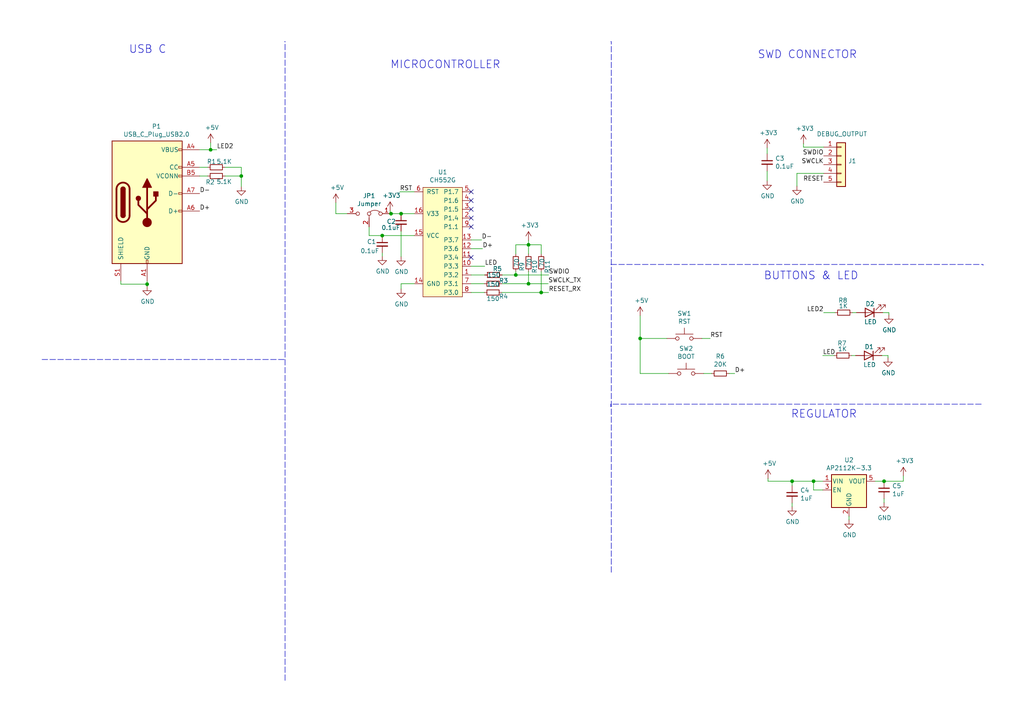
<source format=kicad_sch>
(kicad_sch (version 20211123) (generator eeschema)
  (paper "A4")
  (title_block (title "CMIS DAP Cat Programmer") (date "2020-09-01") (rev "1.1") (company "Electronic Cats") (comment 2 "Eduaro Contreras") (comment 3 "Felipe Islas") (comment 4 "Andres Sabas"))
  (lib_symbols
    (symbol "Connector_Generic:Conn_01x05" (pin_names (offset 1.016) hide)
      (property "Reference" "J" (at 0 7.62 0))
      (property "Value" "Conn_01x05" (at 0 -7.62 0))
      (symbol "Conn_01x05_1_1"
        (rectangle (start -1.27 -4.953) (end 0 -5.207) (stroke (width 0.1524)))
        (rectangle (start -1.27 -2.413) (end 0 -2.667) (stroke (width 0.1524)))
        (rectangle (start -1.27 0.127) (end 0 -0.127) (stroke (width 0.1524)))
        (rectangle (start -1.27 2.667) (end 0 2.413) (stroke (width 0.1524)))
        (rectangle (start -1.27 5.207) (end 0 4.953) (stroke (width 0.1524)))
        (rectangle (start -1.27 6.35) (end 1.27 -6.35) (stroke (width 0.254)) (fill (type background)))
        (pin passive line (at -5.08 5.08 0) (length 3.81) (name "Pin_1") (number "1"))
        (pin passive line (at -5.08 2.54 0) (length 3.81) (name "Pin_2") (number "2"))
        (pin passive line (at -5.08 0 0) (length 3.81) (name "Pin_3") (number "3"))
        (pin passive line (at -5.08 -2.54 0) (length 3.81) (name "Pin_4") (number "4"))
        (pin passive line (at -5.08 -5.08 0) (length 3.81) (name "Pin_5") (number "5"))
      )
    )
    (symbol "Device:C_Small" (pin_numbers hide) (pin_names (offset 0.254) hide)
      (property "Reference" "C" (at 0.254 1.778 0))
      (property "Value" "C_Small" (at 0.254 -2.032 0))
      (symbol "C_Small_0_1"
        (polyline (pts (xy -1.524 -0.508) (xy 1.524 -0.508)) (stroke (width 0.3302)))
        (polyline (pts (xy -1.524 0.508) (xy 1.524 0.508)) (stroke (width 0.3048)))
      )
      (symbol "C_Small_1_1"
        (pin passive line (at 0 2.54 270) (length 2.032) (name "~") (number "1"))
        (pin passive line (at 0 -2.54 90) (length 2.032) (name "~") (number "2"))
      )
    )
    (symbol "Device:LED" (pin_numbers hide) (pin_names (offset 1.016) hide)
      (property "Reference" "D" (at 0 2.54 0))
      (property "Value" "LED" (at 0 -2.54 0))
      (symbol "LED_0_1"
        (polyline (pts (xy -1.27 -1.27) (xy -1.27 1.27)) (stroke (width 0.254)))
        (polyline (pts (xy -1.27 0) (xy 1.27 0)))
        (polyline (pts (xy 1.27 -1.27) (xy 1.27 1.27) (xy -1.27 0) (xy 1.27 -1.27)) (stroke (width 0.254)))
        (polyline (pts (xy -3.048 -0.762) (xy -4.572 -2.286) (xy -3.81 -2.286) (xy -4.572 -2.286) (xy -4.572 -1.524)))
        (polyline (pts (xy -1.778 -0.762) (xy -3.302 -2.286) (xy -2.54 -2.286) (xy -3.302 -2.286) (xy -3.302 -1.524)))
      )
      (symbol "LED_1_1"
        (pin passive line (at -3.81 0 0) (length 2.54) (name "K") (number "1"))
        (pin passive line (at 3.81 0 180) (length 2.54) (name "A") (number "2"))
      )
    )
    (symbol "Device:R_Small" (pin_numbers hide) (pin_names (offset 0.254) hide)
      (property "Reference" "R" (at 0.762 0.508 0))
      (property "Value" "R_Small" (at 0.762 -1.016 0))
      (symbol "R_Small_0_1"
        (rectangle (start -0.762 1.778) (end 0.762 -1.778) (stroke (width 0.2032)))
      )
      (symbol "R_Small_1_1"
        (pin passive line (at 0 2.54 270) (length 0.762) (name "~") (number "1"))
        (pin passive line (at 0 -2.54 90) (length 0.762) (name "~") (number "2"))
      )
    )
    (symbol "SWD_Cat_Programmer-rescue:AP2112K-3.3-Regulator_Linear" (pin_names (offset 0.254))
      (property "Reference" "U" (at -5.08 5.715 0))
      (property "Value" "AP2112K-3.3-Regulator_Linear" (at 0 5.715 0))
      (symbol "AP2112K-3.3-Regulator_Linear_0_1"
        (rectangle (start -5.08 4.445) (end 5.08 -5.08) (stroke (width 0.254)) (fill (type background)))
      )
      (symbol "AP2112K-3.3-Regulator_Linear_1_1"
        (pin power_in line (at -7.62 2.54 0) (length 2.54) (name "VIN") (number "1"))
        (pin power_in line (at 0 -7.62 90) (length 2.54) (name "GND") (number "2"))
        (pin input line (at -7.62 0 0) (length 2.54) (name "EN") (number "3"))
        (pin no_connect line (at 7.62 0 180) (length 2.54) hide (name "NC") (number "4"))
        (pin power_out line (at 7.62 2.54 180) (length 2.54) (name "VOUT") (number "5"))
      )
    )
    (symbol "SWD_Cat_Programmer-rescue:CH552G-Electronic_Cats-SWD_Cat_Programmer-rescue-SWD_Cat_Programmer-rescue-SWD_Cat_Programmer-rescue-SWD_Cat_Programmer-rescue" (pin_names (offset 1.016))
      (property "Reference" "U" (at -3.81 -26.67 0))
      (property "Value" "CH552G-Electronic_Cats-SWD_Cat_Programmer-rescue-SWD_Cat_Programmer-rescue-SWD_Cat_Programmer-rescue-SWD_Cat_Programmer-rescue" (at 2.54 7.62 0))
      (symbol "CH552G-Electronic_Cats-SWD_Cat_Programmer-rescue-SWD_Cat_Programmer-rescue-SWD_Cat_Programmer-rescue-SWD_Cat_Programmer-rescue_0_1"
        (rectangle (start -5.08 6.35) (end 6.35 -25.4) (fill (type background)))
      )
      (symbol "CH552G-Electronic_Cats-SWD_Cat_Programmer-rescue-SWD_Cat_Programmer-rescue-SWD_Cat_Programmer-rescue-SWD_Cat_Programmer-rescue_1_1"
        (pin input line (at 8.89 -19.05 180) (length 2.54) (name "P3.2") (number "1"))
        (pin input line (at 8.89 -16.51 180) (length 2.54) (name "P3.3") (number "10"))
        (pin input line (at 8.89 -13.97 180) (length 2.54) (name "P3.4") (number "11"))
        (pin input line (at 8.89 -11.43 180) (length 2.54) (name "P3.6") (number "12"))
        (pin input line (at 8.89 -8.89 180) (length 2.54) (name "P3.7") (number "13"))
        (pin input line (at -7.62 -21.59 0) (length 2.54) (name "GND") (number "14"))
        (pin input line (at -7.62 -7.62 0) (length 2.54) (name "VCC") (number "15"))
        (pin input line (at -7.62 -1.27 0) (length 2.54) (name "V33") (number "16"))
        (pin input line (at 8.89 -2.54 180) (length 2.54) (name "P1.4") (number "2"))
        (pin input line (at 8.89 0 180) (length 2.54) (name "P1.5") (number "3"))
        (pin input line (at 8.89 2.54 180) (length 2.54) (name "P1.6") (number "4"))
        (pin input line (at 8.89 5.08 180) (length 2.54) (name "P1.7") (number "5"))
        (pin input line (at -7.62 5.08 0) (length 2.54) (name "RST") (number "6"))
        (pin input line (at 8.89 -21.59 180) (length 2.54) (name "P3.1") (number "7"))
        (pin input line (at 8.89 -24.13 180) (length 2.54) (name "P3.0") (number "8"))
        (pin input line (at 8.89 -5.08 180) (length 2.54) (name "P1.1") (number "9"))
      )
    )
    (symbol "SWD_Cat_Programmer-rescue:Jumper_3_Bridged12-Jumper" (pin_names (offset 0) hide)
      (property "Reference" "JP" (at -2.54 -2.54 0))
      (property "Value" "Jumper_3_Bridged12-Jumper" (at 0 2.794 0))
      (symbol "Jumper_3_Bridged12-Jumper_0_0"
        (circle (center -3.302 0) (radius 0.508))
        (circle (center 0 0) (radius 0.508))
        (circle (center 3.302 0) (radius 0.508))
      )
      (symbol "Jumper_3_Bridged12-Jumper_0_1"
        (arc (start -0.254 0.508) (mid -1.651 0.9912) (end -3.048 0.508))
        (polyline (pts (xy 0 -1.27) (xy 0 -0.508)))
      )
      (symbol "Jumper_3_Bridged12-Jumper_1_1"
        (pin passive line (at -6.35 0 0) (length 2.54) (name "A") (number "1"))
        (pin input line (at 0 -3.81 90) (length 2.54) (name "C") (number "2"))
        (pin passive line (at 6.35 0 180) (length 2.54) (name "B") (number "3"))
      )
    )
    (symbol "SWD_Cat_Programmer-rescue:USB_C_Plug_USB2.0-Connector" (pin_names (offset 1.016))
      (property "Reference" "P" (at -10.16 19.05 0))
      (property "Value" "USB_C_Plug_USB2.0-Connector" (at 12.7 19.05 0))
      (symbol "USB_C_Plug_USB2.0-Connector_0_0"
        (rectangle (start -0.254 -17.78) (end 0.254 -16.764))
        (rectangle (start 10.16 -2.286) (end 9.144 -2.794))
        (rectangle (start 10.16 2.794) (end 9.144 2.286))
        (rectangle (start 10.16 7.874) (end 9.144 7.366))
        (rectangle (start 10.16 10.414) (end 9.144 9.906))
        (rectangle (start 10.16 15.494) (end 9.144 14.986))
      )
      (symbol "USB_C_Plug_USB2.0-Connector_0_1"
        (rectangle (start -10.16 17.78) (end 10.16 -17.78) (stroke (width 0.254)) (fill (type background)))
        (arc (start -8.89 -3.81) (mid -6.985 -5.715) (end -5.08 -3.81) (stroke (width 0.508)))
        (arc (start -7.62 -3.81) (mid -6.985 -4.445) (end -6.35 -3.81) (stroke (width 0.254)))
        (arc (start -7.62 -3.81) (mid -6.985 -4.445) (end -6.35 -3.81) (stroke (width 0.254)) (fill (type outline)))
        (rectangle (start -7.62 -3.81) (end -6.35 3.81) (stroke (width 0.254)) (fill (type outline)))
        (arc (start -6.35 3.81) (mid -6.985 4.445) (end -7.62 3.81) (stroke (width 0.254)))
        (arc (start -6.35 3.81) (mid -6.985 4.445) (end -7.62 3.81) (stroke (width 0.254)) (fill (type outline)))
        (arc (start -5.08 3.81) (mid -6.985 5.715) (end -8.89 3.81) (stroke (width 0.508)))
        (circle (center -2.54 1.143) (radius 0.635) (stroke (width 0.254)) (fill (type outline)))
        (circle (center 0 -5.842) (radius 1.27) (fill (type outline)))
        (polyline (pts (xy -8.89 -3.81) (xy -8.89 3.81)) (stroke (width 0.508)))
        (polyline (pts (xy -5.08 3.81) (xy -5.08 -3.81)) (stroke (width 0.508)))
        (polyline (pts (xy 0 -5.842) (xy 0 4.318)) (stroke (width 0.508)))
        (polyline (pts (xy 0 -3.302) (xy -2.54 -0.762) (xy -2.54 0.508)) (stroke (width 0.508)))
        (polyline (pts (xy 0 -2.032) (xy 2.54 0.508) (xy 2.54 1.778)) (stroke (width 0.508)))
        (polyline (pts (xy -1.27 4.318) (xy 0 6.858) (xy 1.27 4.318) (xy -1.27 4.318)) (stroke (width 0.254)) (fill (type outline)))
        (rectangle (start 1.905 1.778) (end 3.175 3.048) (stroke (width 0.254)) (fill (type outline)))
      )
      (symbol "USB_C_Plug_USB2.0-Connector_1_1"
        (pin power_in line (at 0 -22.86 90) (length 5.08) (name "GND") (number "A1"))
        (pin passive line (at 0 -22.86 90) (length 5.08) hide (name "GND") (number "A12"))
        (pin power_in line (at 15.24 15.24 180) (length 5.08) (name "VBUS") (number "A4"))
        (pin bidirectional line (at 15.24 10.16 180) (length 5.08) (name "CC") (number "A5"))
        (pin bidirectional line (at 15.24 -2.54 180) (length 5.08) (name "D+") (number "A6"))
        (pin bidirectional line (at 15.24 2.54 180) (length 5.08) (name "D-") (number "A7"))
        (pin passive line (at 15.24 15.24 180) (length 5.08) hide (name "VBUS") (number "A9"))
        (pin passive line (at 0 -22.86 90) (length 5.08) hide (name "GND") (number "B1"))
        (pin passive line (at 0 -22.86 90) (length 5.08) hide (name "GND") (number "B12"))
        (pin passive line (at 15.24 15.24 180) (length 5.08) hide (name "VBUS") (number "B4"))
        (pin bidirectional line (at 15.24 7.62 180) (length 5.08) (name "VCONN") (number "B5"))
        (pin passive line (at 15.24 15.24 180) (length 5.08) hide (name "VBUS") (number "B9"))
        (pin passive line (at -7.62 -22.86 90) (length 5.08) (name "SHIELD") (number "S1"))
      )
    )
    (symbol "Switch:SW_Push" (pin_numbers hide) (pin_names (offset 1.016) hide)
      (property "Reference" "SW" (at 1.27 2.54 0))
      (property "Value" "SW_Push" (at 0 -1.524 0))
      (symbol "SW_Push_0_1"
        (circle (center -2.032 0) (radius 0.508))
        (polyline (pts (xy 0 1.27) (xy 0 3.048)))
        (polyline (pts (xy 2.54 1.27) (xy -2.54 1.27)))
        (circle (center 2.032 0) (radius 0.508))
        (pin passive line (at -5.08 0 0) (length 2.54) (name "1") (number "1"))
        (pin passive line (at 5.08 0 180) (length 2.54) (name "2") (number "2"))
      )
    )
    (symbol "power:+3V3" (power) (pin_names (offset 0))
      (property "Value" "+3V3" (at 0 3.556 0))
      (symbol "+3V3_0_1"
        (polyline (pts (xy -0.762 1.27) (xy 0 2.54)))
        (polyline (pts (xy 0 0) (xy 0 2.54)))
        (polyline (pts (xy 0 2.54) (xy 0.762 1.27)))
      )
      (symbol "+3V3_1_1"
        (pin power_in line (at 0 0 90) (length 0) hide (name "+3V3") (number "1"))
      )
    )
    (symbol "power:+5V" (power) (pin_names (offset 0))
      (property "Value" "+5V" (at 0 3.556 0))
      (symbol "+5V_0_1"
        (polyline (pts (xy -0.762 1.27) (xy 0 2.54)))
        (polyline (pts (xy 0 0) (xy 0 2.54)))
        (polyline (pts (xy 0 2.54) (xy 0.762 1.27)))
      )
      (symbol "+5V_1_1"
        (pin power_in line (at 0 0 90) (length 0) hide (name "+5V") (number "1"))
      )
    )
    (symbol "power:GND" (power) (pin_names (offset 0))
      (property "Value" "GND" (at 0 -3.81 0))
      (symbol "GND_0_1"
        (polyline (pts (xy 0 0) (xy 0 -1.27) (xy 1.27 -1.27) (xy 0 -2.54) (xy -1.27 -1.27) (xy 0 -1.27)))
      )
      (symbol "GND_1_1"
        (pin power_in line (at 0 0 270) (length 0) hide (name "GND") (number "1"))
      )
    )
  )
  (junction (at 69.977 51.054))
  (junction (at 149.606 79.756))
  (junction (at 229.743 139.573))
  (junction (at 156.972 84.836))
  (junction (at 153.289 70.993))
  (junction (at 61.087 43.434))
  (junction (at 116.332 61.976))
  (junction (at 110.871 68.326))
  (junction (at 235.966 139.573))
  (junction (at 256.413 139.573))
  (junction (at 153.289 82.296))
  (junction (at 185.674 98.171))
  (junction (at 113.411 61.976))
  (junction (at 42.672 82.423))
  (no_connect (at 136.652 55.626))
  (no_connect (at 136.652 58.166))
  (no_connect (at 136.652 63.246))
  (no_connect (at 136.652 60.706))
  (no_connect (at 136.652 74.676))
  (no_connect (at 136.652 65.786))
  (wire (pts (xy 69.977 48.514) (xy 69.977 51.054)))
  (wire (pts (xy 235.966 139.573) (xy 229.743 139.573)))
  (wire (pts (xy 193.929 108.331) (xy 185.674 108.331)))
  (wire (pts (xy 235.966 142.113) (xy 235.966 139.573)))
  (wire (pts (xy 229.743 140.843) (xy 229.743 139.573)))
  (wire (pts (xy 222.504 49.657) (xy 222.504 52.451)))
  (wire (pts (xy 156.972 84.836) (xy 159.131 84.836)))
  (wire (pts (xy 238.887 42.672) (xy 233.045 42.672)))
  (wire (pts (xy 116.332 61.976) (xy 113.411 61.976)))
  (polyline (pts (xy 177.165 117.221) (xy 177.165 117.983)))
  (wire (pts (xy 57.912 43.434) (xy 61.087 43.434)))
  (wire (pts (xy 153.289 82.296) (xy 159.004 82.296)))
  (wire (pts (xy 107.061 65.786) (xy 107.061 68.326)))
  (wire (pts (xy 153.289 78.74) (xy 153.289 82.296)))
  (wire (pts (xy 247.015 103.124) (xy 248.158 103.124)))
  (wire (pts (xy 110.871 73.406) (xy 110.871 74.295)))
  (wire (pts (xy 145.542 84.836) (xy 156.972 84.836)))
  (wire (pts (xy 153.289 70.993) (xy 153.289 73.66)))
  (wire (pts (xy 229.743 145.923) (xy 229.743 146.939)))
  (wire (pts (xy 120.142 61.976) (xy 116.332 61.976)))
  (wire (pts (xy 100.711 61.976) (xy 97.409 61.976)))
  (wire (pts (xy 35.052 81.534) (xy 35.052 82.423)))
  (wire (pts (xy 136.652 82.296) (xy 140.462 82.296)))
  (wire (pts (xy 247.269 90.678) (xy 248.412 90.678)))
  (wire (pts (xy 231.14 53.975) (xy 231.14 50.292)))
  (wire (pts (xy 97.409 61.976) (xy 97.409 58.801)))
  (wire (pts (xy 185.674 108.331) (xy 185.674 98.171)))
  (wire (pts (xy 145.542 82.296) (xy 153.289 82.296)))
  (wire (pts (xy 222.758 139.573) (xy 222.758 138.811)))
  (polyline (pts (xy 177.165 76.708) (xy 285.115 76.708)))
  (wire (pts (xy 69.977 51.054) (xy 69.977 54.102)))
  (wire (pts (xy 116.332 67.056) (xy 116.332 74.422)))
  (wire (pts (xy 256.413 139.573) (xy 262.001 139.573)))
  (polyline (pts (xy 82.423 104.267) (xy 12.192 104.267)))
  (polyline (pts (xy 177.292 165.989) (xy 177.292 12.065)))
  (polyline (pts (xy 177.292 12.065) (xy 177.165 12.065)))
  (wire (pts (xy 153.289 70.993) (xy 156.972 70.993)))
  (wire (pts (xy 231.14 50.292) (xy 238.887 50.292)))
  (wire (pts (xy 65.278 48.514) (xy 69.977 48.514)))
  (polyline (pts (xy 82.677 12.065) (xy 82.55 12.065)))
  (wire (pts (xy 61.087 43.434) (xy 62.865 43.434)))
  (wire (pts (xy 256.413 144.653) (xy 256.413 145.796)))
  (wire (pts (xy 149.606 79.756) (xy 159.131 79.756)))
  (wire (pts (xy 136.652 79.756) (xy 140.589 79.756)))
  (wire (pts (xy 136.652 84.836) (xy 140.462 84.836)))
  (wire (pts (xy 203.581 98.171) (xy 205.994 98.171)))
  (wire (pts (xy 262.001 139.573) (xy 262.001 138.049)))
  (wire (pts (xy 233.045 42.672) (xy 233.045 41.656)))
  (wire (pts (xy 193.421 98.171) (xy 185.674 98.171)))
  (wire (pts (xy 42.672 82.423) (xy 42.672 83.058)))
  (wire (pts (xy 257.556 103.124) (xy 257.556 103.759)))
  (wire (pts (xy 35.052 82.423) (xy 42.672 82.423)))
  (wire (pts (xy 149.606 70.993) (xy 153.289 70.993)))
  (wire (pts (xy 238.633 142.113) (xy 235.966 142.113)))
  (wire (pts (xy 57.912 48.514) (xy 60.198 48.514)))
  (wire (pts (xy 156.972 78.74) (xy 156.972 84.836)))
  (wire (pts (xy 42.672 81.534) (xy 42.672 82.423)))
  (wire (pts (xy 222.504 42.926) (xy 222.504 44.577)))
  (wire (pts (xy 156.972 70.993) (xy 156.972 73.66)))
  (wire (pts (xy 238.887 90.678) (xy 242.189 90.678)))
  (wire (pts (xy 120.142 82.296) (xy 116.332 82.296)))
  (wire (pts (xy 110.871 68.326) (xy 107.061 68.326)))
  (wire (pts (xy 204.089 108.331) (xy 206.375 108.331)))
  (wire (pts (xy 229.743 139.573) (xy 222.758 139.573)))
  (wire (pts (xy 149.606 78.74) (xy 149.606 79.756)))
  (polyline (pts (xy 284.607 117.221) (xy 177.165 117.221)))
  (wire (pts (xy 246.253 149.733) (xy 246.253 150.749)))
  (polyline (pts (xy 82.677 197.358) (xy 82.677 12.065)))
  (wire (pts (xy 211.455 108.331) (xy 213.106 108.331)))
  (wire (pts (xy 256.032 90.678) (xy 257.81 90.678)))
  (wire (pts (xy 238.633 103.124) (xy 241.935 103.124)))
  (wire (pts (xy 113.157 61.976) (xy 113.157 61.087)))
  (polyline (pts (xy 285.115 76.708) (xy 285.115 76.962)))
  (wire (pts (xy 136.652 77.216) (xy 140.589 77.216)))
  (wire (pts (xy 257.81 90.678) (xy 257.81 91.313)))
  (wire (pts (xy 136.652 72.136) (xy 139.954 72.136)))
  (wire (pts (xy 136.652 69.596) (xy 139.7 69.596)))
  (wire (pts (xy 185.674 98.171) (xy 185.674 91.567)))
  (wire (pts (xy 253.873 139.573) (xy 256.413 139.573)))
  (wire (pts (xy 149.606 73.66) (xy 149.606 70.993)))
  (wire (pts (xy 116.332 82.296) (xy 116.332 83.82)))
  (wire (pts (xy 61.087 41.402) (xy 61.087 43.434)))
  (wire (pts (xy 145.669 79.756) (xy 149.606 79.756)))
  (wire (pts (xy 153.289 70.993) (xy 153.289 69.723)))
  (wire (pts (xy 57.912 51.054) (xy 60.198 51.054)))
  (wire (pts (xy 255.778 103.124) (xy 257.556 103.124)))
  (wire (pts (xy 120.142 68.326) (xy 110.871 68.326)))
  (wire (pts (xy 120.142 55.626) (xy 115.951 55.626)))
  (wire (pts (xy 113.411 61.976) (xy 113.157 61.976)))
  (wire (pts (xy 65.278 51.054) (xy 69.977 51.054)))
  (wire (pts (xy 238.633 139.573) (xy 235.966 139.573)))
  (text "BUTTONS & LED" (at 221.488 81.407 0) (effects (font (size 2.2606 2.2606)) (justify left bottom)))
  (text "REGULATOR" (at 229.362 121.539 0) (effects (font (size 2.2606 2.2606)) (justify left bottom)))
  (text "MICROCONTROLLER" (at 113.157 20.193 0) (effects (font (size 2.2606 2.2606)) (justify left bottom)))
  (text "SWD CONNECTOR" (at 219.71 17.272 0) (effects (font (size 2.2606 2.2606)) (justify left bottom)))
  (text "USB C" (at 37.338 15.748 0) (effects (font (size 2.2606 2.2606)) (justify left bottom)))
  (label "RESET" (at 238.887 52.832 180))
  (label "LED2" (at 62.865 43.434 0))
  (label "RST" (at 115.951 55.626 0))
  (label "SWDIO" (at 238.887 45.212 180))
  (label "D-" (at 57.912 56.134 0))
  (label "SWDIO" (at 159.131 79.756 0))
  (label "LED" (at 238.633 103.124 0))
  (label "D-" (at 139.7 69.596 0))
  (label "D+" (at 139.954 72.136 0))
  (label "D+" (at 213.106 108.331 0))
  (label "LED2" (at 238.887 90.678 180))
  (label "SWCLK" (at 238.887 47.752 180))
  (label "RST" (at 205.994 98.171 0))
  (label "SWCLK_TX" (at 159.004 82.296 0))
  (label "RESET_RX" (at 159.131 84.836 0))
  (label "LED" (at 140.589 77.216 0))
  (label "D+" (at 57.912 61.214 0))
  (symbol (lib_id "SWD_Cat_Programmer-rescue:USB_C_Plug_USB2.0-Connector") (at 42.672 58.674 0) (unit 1)
    (property "Reference" "P1" (at 45.3898 36.6522 0))
    (property "Value" "USB_C_Plug_USB2.0" (at 45.3898 38.9636 0))
    (property "Footprint" "Connectors:C393939" (effects hide))
    (property "Datasheet" "https://datasheet.lcsc.com/szlcsc/1912111437_SHOU-HAN-TYPE-C16PIN_C393939.pdf" (effects hide))
    (property "manf#" "C393939" (effects hide))
  )
  (symbol (lib_id "Device:C_Small") (at 222.504 47.117 0) (unit 1)
    (property "Reference" "C3" (at 224.8408 45.9486 0) (effects (justify left)))
    (property "Value" "0.1uF" (at 224.8408 48.26 0) (effects (justify left)))
    (property "Footprint" "Capacitor_SMD:C_0805_2012Metric_Pad1.15x1.40mm_HandSolder" (effects hide))
    (property "Datasheet" "https://datasheet.lcsc.com/szlcsc/1810101813_YAGEO-CC0805KRX7R9BB104_C49678.pdf" (effects hide))
    (property "manf#" "C49678" (effects hide))
  )
  (symbol (lib_id "Device:R_Small") (at 62.738 48.514 270) (unit 1)
    (property "Reference" "R1" (at 61.341 46.863 90))
    (property "Value" "5.1K" (at 65.024 46.863 90))
    (property "Footprint" "Resistor_SMD:R_0805_2012Metric_Pad1.15x1.40mm_HandSolder" (effects hide))
    (property "Datasheet" "https://datasheet.lcsc.com/szlcsc/1810311431_YAGEO-RC0805JR-075K1L_C105874.pdf" (effects hide))
    (property "manf#" "C105874" (effects hide))
  )
  (symbol (lib_id "SWD_Cat_Programmer-rescue:CH552G-Electronic_Cats-SWD_Cat_Programmer-rescue-SWD_Cat_Programmer-rescue-SWD_Cat_Programmer-rescue-SWD_Cat_Programmer-rescue") (at 127.762 60.706 0) (unit 1)
    (property "Reference" "U1" (at 128.397 49.911 0))
    (property "Value" "CH552G" (at 128.397 52.2224 0))
    (property "Footprint" "Package_SO:SOP-16_4.55x10.3mm_P1.27mm" (effects hide))
    (property "Datasheet" "https://datasheet.lcsc.com/szlcsc/2008191734_WCH-Jiangsu-Qin-Heng-CH552G_C111292.pdf" (effects hide))
    (property "manf#" "C111292" (effects hide))
  )
  (symbol (lib_id "power:+3V3") (at 113.157 61.087 0) (unit 1)
    (property "Reference" "#PWR06" (effects hide))
    (property "Value" "+3V3" (at 113.538 56.6928 0))
  )
  (symbol (lib_id "power:+5V") (at 97.409 58.801 0) (unit 1)
    (property "Reference" "#PWR04" (effects hide))
    (property "Value" "+5V" (at 97.79 54.4068 0))
  )
  (symbol (lib_id "power:GND") (at 116.332 83.82 0) (unit 1)
    (property "Reference" "#PWR08" (effects hide))
    (property "Value" "GND" (at 116.459 88.2142 0))
  )
  (symbol (lib_id "Device:C_Small") (at 110.871 70.866 0) (unit 1)
    (property "Reference" "C1" (at 106.426 70.104 0) (effects (justify left)))
    (property "Value" "0.1uF" (at 104.521 72.771 0) (effects (justify left)))
    (property "Footprint" "Capacitor_SMD:C_0805_2012Metric_Pad1.15x1.40mm_HandSolder" (effects hide))
    (property "Datasheet" "https://datasheet.lcsc.com/szlcsc/1810101813_YAGEO-CC0805KRX7R9BB104_C49678.pdf" (effects hide))
    (property "manf#" "C49678" (effects hide))
  )
  (symbol (lib_id "Device:C_Small") (at 116.332 64.516 0) (unit 1)
    (property "Reference" "C2" (at 112.141 64.262 0) (effects (justify left)))
    (property "Value" "0.1uF" (at 110.617 66.04 0) (effects (justify left)))
    (property "Footprint" "Capacitor_SMD:C_0805_2012Metric_Pad1.15x1.40mm_HandSolder" (effects hide))
    (property "Datasheet" "https://datasheet.lcsc.com/szlcsc/1810101813_YAGEO-CC0805KRX7R9BB104_C49678.pdf" (effects hide))
    (property "manf#" "C49678" (effects hide))
  )
  (symbol (lib_id "power:GND") (at 116.332 74.422 0) (unit 1)
    (property "Reference" "#PWR07" (effects hide))
    (property "Value" "GND" (at 116.459 78.8162 0))
  )
  (symbol (lib_id "power:GND") (at 110.871 74.295 0) (unit 1)
    (property "Reference" "#PWR05" (effects hide))
    (property "Value" "GND" (at 110.998 78.6892 0))
  )
  (symbol (lib_id "Device:R_Small") (at 62.738 51.054 270) (unit 1)
    (property "Reference" "R2" (at 60.96 52.832 90))
    (property "Value" "5.1K" (at 65.024 52.705 90))
    (property "Footprint" "Resistor_SMD:R_0805_2012Metric_Pad1.15x1.40mm_HandSolder" (effects hide))
    (property "Datasheet" "https://datasheet.lcsc.com/szlcsc/1810311431_YAGEO-RC0805JR-075K1L_C105874.pdf" (effects hide))
    (property "manf#" "C105874" (effects hide))
  )
  (symbol (lib_id "power:GND") (at 42.672 83.058 0) (unit 1)
    (property "Reference" "#PWR01" (effects hide))
    (property "Value" "GND" (at 42.799 87.4522 0))
  )
  (symbol (lib_id "Device:R_Small") (at 244.475 103.124 270) (unit 1)
    (property "Reference" "R7" (at 244.221 99.568 90))
    (property "Value" "1K" (at 244.348 101.219 90))
    (property "Footprint" "Resistor_SMD:R_0805_2012Metric_Pad1.15x1.40mm_HandSolder" (effects hide))
    (property "Datasheet" "https://datasheet.lcsc.com/szlcsc/1809140835_UNI-ROYAL-Uniroyal-Elec-0805W8J0102T5E_C25623.pdf" (effects hide))
    (property "manf#" "C25623" (effects hide))
  )
  (symbol (lib_id "Device:LED") (at 251.968 103.124 180) (unit 1)
    (property "Reference" "D1" (at 252.095 100.584 0))
    (property "Value" "LED" (at 252.222 105.791 0))
    (property "Footprint" "LED_SMD:LED_0805_2012Metric" (effects hide))
    (property "Datasheet" "https://datasheet.lcsc.com/szlcsc/1808272351_Everlight-Elec-17-21SURC-S530-A2-TR8_C131244.pdf" (effects hide))
    (property "manf#" "C131244" (effects hide))
  )
  (symbol (lib_id "power:GND") (at 257.556 103.759 0) (unit 1)
    (property "Reference" "#PWR015" (effects hide))
    (property "Value" "GND" (at 257.683 108.1532 0))
  )
  (symbol (lib_id "Switch:SW_Push") (at 198.501 98.171 0) (unit 1)
    (property "Reference" "SW1" (at 198.501 90.932 0))
    (property "Value" "RST" (at 198.501 93.2434 0))
    (property "Footprint" "KiCad:TS1088R02026" (effects hide))
    (property "Datasheet" "https://datasheet.lcsc.com/szlcsc/1912111437_XUNPU-TS-1088R-02526_C455281.pdf" (effects hide))
    (property "manf#" "C455281" (effects hide))
  )
  (symbol (lib_id "Switch:SW_Push") (at 199.009 108.331 0) (unit 1)
    (property "Reference" "SW2" (at 199.009 101.092 0))
    (property "Value" "BOOT" (at 199.009 103.4034 0))
    (property "Footprint" "KiCad:TS1088R02026" (effects hide))
    (property "Datasheet" "https://datasheet.lcsc.com/szlcsc/1912111437_XUNPU-TS-1088R-02526_C455281.pdf" (effects hide))
    (property "manf#" "C455281" (effects hide))
  )
  (symbol (lib_id "power:+5V") (at 185.674 91.567 0) (unit 1)
    (property "Reference" "#PWR09" (effects hide))
    (property "Value" "+5V" (at 186.055 87.1728 0))
  )
  (symbol (lib_id "Device:R_Small") (at 208.915 108.331 270) (unit 1)
    (property "Reference" "R6" (at 208.915 103.3526 90))
    (property "Value" "20K" (at 208.915 105.664 90))
    (property "Footprint" "Resistor_SMD:R_0805_2012Metric_Pad1.15x1.40mm_HandSolder" (effects hide))
    (property "Datasheet" "https://datasheet.lcsc.com/szlcsc/2007131613_HKR-Hong-Kong-Resistors-RCT0520KFLF_C702832.pdf" (effects hide))
    (property "manf#" "C702832" (effects hide))
  )
  (symbol (lib_id "power:GND") (at 231.14 53.975 0) (unit 1)
    (property "Reference" "#PWR013" (effects hide))
    (property "Value" "GND" (at 231.267 58.3692 0))
  )
  (symbol (lib_id "Device:R_Small") (at 143.129 79.756 270) (unit 1)
    (property "Reference" "R5" (at 144.272 77.978 90))
    (property "Value" "150" (at 143.256 79.756 90))
    (property "Footprint" "Resistor_SMD:R_0805_2012Metric_Pad1.15x1.40mm_HandSolder" (effects hide))
    (property "Datasheet" "https://datasheet.lcsc.com/szlcsc/1811081415_RALEC-RTT051500FTP_C103997.pdf" (effects hide))
    (property "manf#" "C103997" (effects hide))
  )
  (symbol (lib_id "Device:R_Small") (at 143.002 82.296 270) (unit 1)
    (property "Reference" "R3" (at 146.05 81.407 90))
    (property "Value" "150" (at 143.002 82.423 90))
    (property "Footprint" "Resistor_SMD:R_0805_2012Metric_Pad1.15x1.40mm_HandSolder" (effects hide))
    (property "Datasheet" "https://datasheet.lcsc.com/szlcsc/1811081415_RALEC-RTT051500FTP_C103997.pdf" (effects hide))
    (property "manf#" "C103997" (effects hide))
  )
  (symbol (lib_id "Device:R_Small") (at 143.002 84.836 270) (unit 1)
    (property "Reference" "R4" (at 146.05 85.979 90))
    (property "Value" "150" (at 143.002 86.614 90))
    (property "Footprint" "Resistor_SMD:R_0805_2012Metric_Pad1.15x1.40mm_HandSolder" (effects hide))
    (property "Datasheet" "https://datasheet.lcsc.com/szlcsc/1811081415_RALEC-RTT051500FTP_C103997.pdf" (effects hide))
    (property "manf#" "C103997" (effects hide))
  )
  (symbol (lib_id "Device:C_Small") (at 229.743 143.383 0) (unit 1)
    (property "Reference" "C4" (at 232.0798 142.2146 0) (effects (justify left)))
    (property "Value" "1uF" (at 232.0798 144.526 0) (effects (justify left)))
    (property "Footprint" "Capacitor_SMD:C_0805_2012Metric_Pad1.15x1.40mm_HandSolder" (effects hide))
    (property "Datasheet" "https://datasheet.lcsc.com/szlcsc/1810191216_Samsung-Electro-Mechanics-CL21B105KBFNNNE_C28323.pdf" (effects hide))
    (property "manf#" "C28323" (effects hide))
  )
  (symbol (lib_id "Device:C_Small") (at 256.413 142.113 0) (unit 1)
    (property "Reference" "C5" (at 258.7498 140.9446 0) (effects (justify left)))
    (property "Value" "1uF" (at 258.7498 143.256 0) (effects (justify left)))
    (property "Footprint" "Capacitor_SMD:C_0805_2012Metric_Pad1.15x1.40mm_HandSolder" (effects hide))
    (property "Datasheet" "https://datasheet.lcsc.com/szlcsc/1810191216_Samsung-Electro-Mechanics-CL21B105KBFNNNE_C28323.pdf" (effects hide))
    (property "manf#" "C28323" (effects hide))
  )
  (symbol (lib_id "power:GND") (at 229.743 146.939 0) (unit 1)
    (property "Reference" "#PWR011" (effects hide))
    (property "Value" "GND" (at 229.87 151.3332 0))
  )
  (symbol (lib_id "power:GND") (at 246.253 150.749 0) (unit 1)
    (property "Reference" "#PWR014" (effects hide))
    (property "Value" "GND" (at 246.38 155.1432 0))
  )
  (symbol (lib_id "power:GND") (at 256.413 145.796 0) (unit 1)
    (property "Reference" "#PWR016" (effects hide))
    (property "Value" "GND" (at 256.54 150.1902 0))
  )
  (symbol (lib_id "power:+3V3") (at 262.001 138.049 0) (unit 1)
    (property "Reference" "#PWR017" (effects hide))
    (property "Value" "+3V3" (at 262.382 133.6548 0))
  )
  (symbol (lib_id "power:+5V") (at 222.758 138.811 0) (unit 1)
    (property "Reference" "#PWR010" (effects hide))
    (property "Value" "+5V" (at 223.139 134.4168 0))
  )
  (symbol (lib_id "power:+5V") (at 61.087 41.402 0) (unit 1)
    (property "Reference" "#PWR02" (effects hide))
    (property "Value" "+5V" (at 61.468 37.0078 0))
  )
  (symbol (lib_id "Device:R_Small") (at 244.729 90.678 270) (unit 1)
    (property "Reference" "R8" (at 244.475 87.122 90))
    (property "Value" "1K" (at 244.602 88.773 90))
    (property "Footprint" "Resistor_SMD:R_0805_2012Metric_Pad1.15x1.40mm_HandSolder" (effects hide))
    (property "Datasheet" "https://datasheet.lcsc.com/szlcsc/1809140835_UNI-ROYAL-Uniroyal-Elec-0805W8J0102T5E_C25623.pdf" (effects hide))
    (property "manf#" "C25623" (effects hide))
  )
  (symbol (lib_id "Device:LED") (at 252.222 90.678 180) (unit 1)
    (property "Reference" "D2" (at 252.349 88.138 0))
    (property "Value" "LED" (at 252.476 93.345 0))
    (property "Footprint" "LED_SMD:LED_0805_2012Metric" (effects hide))
    (property "Datasheet" "https://datasheet.lcsc.com/szlcsc/1808272351_Everlight-Elec-17-21SURC-S530-A2-TR8_C131244.pdf" (effects hide))
    (property "manf#" "C131244" (effects hide))
  )
  (symbol (lib_id "power:GND") (at 257.81 91.313 0) (unit 1)
    (property "Reference" "#PWR0101" (effects hide))
    (property "Value" "GND" (at 257.937 95.7072 0))
  )
  (symbol (lib_id "power:+3V3") (at 233.045 41.656 0) (unit 1)
    (property "Reference" "#PWR012" (effects hide))
    (property "Value" "+3V3" (at 233.426 37.2618 0))
  )
  (symbol (lib_id "power:GND") (at 69.977 54.102 0) (unit 1)
    (property "Reference" "#PWR03" (effects hide))
    (property "Value" "GND" (at 70.104 58.4962 0))
  )
  (symbol (lib_id "SWD_Cat_Programmer-rescue:Jumper_3_Bridged12-Jumper") (at 107.061 61.976 0) (mirror y) (unit 1)
    (property "Reference" "JP1" (at 107.061 56.7944 0))
    (property "Value" "Jumper" (at 107.061 59.1058 0))
    (property "Footprint" "Jumper:SolderJumper-3_P1.3mm_Bridged12_RoundedPad1.0x1.5mm" (effects hide))
  )
  (symbol (lib_id "Device:R_Small") (at 149.606 76.2 180) (unit 1)
    (property "Reference" "R9" (at 151.384 77.343 90))
    (property "Value" "70" (at 149.86 76.2 90))
    (property "Footprint" "Resistor_SMD:R_0603_1608Metric_Pad1.05x0.95mm_HandSolder" (effects hide))
    (property "manf#" "C429431" (effects hide))
  )
  (symbol (lib_id "Device:R_Small") (at 153.289 76.2 180) (unit 1)
    (property "Reference" "R10" (at 155.067 77.343 90))
    (property "Value" "70" (at 153.543 76.2 90))
    (property "Footprint" "Resistor_SMD:R_0603_1608Metric_Pad1.05x0.95mm_HandSolder" (effects hide))
    (property "manf#" "C429431" (effects hide))
  )
  (symbol (lib_id "Device:R_Small") (at 156.972 76.2 180) (unit 1)
    (property "Reference" "R11" (at 158.75 77.343 90))
    (property "Value" "70" (at 157.226 76.2 90))
    (property "Footprint" "Resistor_SMD:R_0603_1608Metric_Pad1.05x0.95mm_HandSolder" (effects hide))
    (property "manf#" "C429431" (effects hide))
  )
  (symbol (lib_id "power:+3V3") (at 153.289 69.723 0) (unit 1)
    (property "Reference" "#PWR018" (effects hide))
    (property "Value" "+3V3" (at 153.67 65.3288 0))
  )
  (symbol (lib_id "SWD_Cat_Programmer-rescue:AP2112K-3.3-Regulator_Linear") (at 246.253 142.113 0) (unit 1)
    (property "Reference" "U2" (at 246.253 133.4262 0))
    (property "Value" "AP2112K-3.3" (at 246.253 135.7376 0))
    (property "Footprint" "Package_TO_SOT_SMD:SOT-23-5" (effects hide))
    (property "Datasheet" "https://www.mouser.mx/datasheet/2/115/AP2112-271550.pdf" (effects hide))
    (property "manf#" "621-AP2112K-3.3TRG1" (effects hide))
  )
  (symbol (lib_id "Connector_Generic:Conn_01x05") (at 243.967 47.752 0) (unit 1)
    (property "Reference" "J1" (at 245.999 46.6852 0) (effects (justify left)))
    (property "Value" "DEBUG_OUTPUT" (at 236.855 38.862 0) (effects (justify left)))
    (property "Footprint" "Connector_PinHeader_2.54mm:PinHeader_1x05_P2.54mm_Horizontal" (effects hide))
    (property "manf#" "-" (effects hide))
  )
  (symbol (lib_id "power:+3V3") (at 222.504 42.926 0) (unit 1)
    (property "Reference" "#PWR019" (effects hide))
    (property "Value" "+3V3" (at 222.885 38.5318 0))
  )
  (symbol (lib_id "power:GND") (at 222.504 52.451 0) (unit 1)
    (property "Reference" "#PWR020" (effects hide))
    (property "Value" "GND" (at 222.631 56.8452 0))
  )
)
</source>
